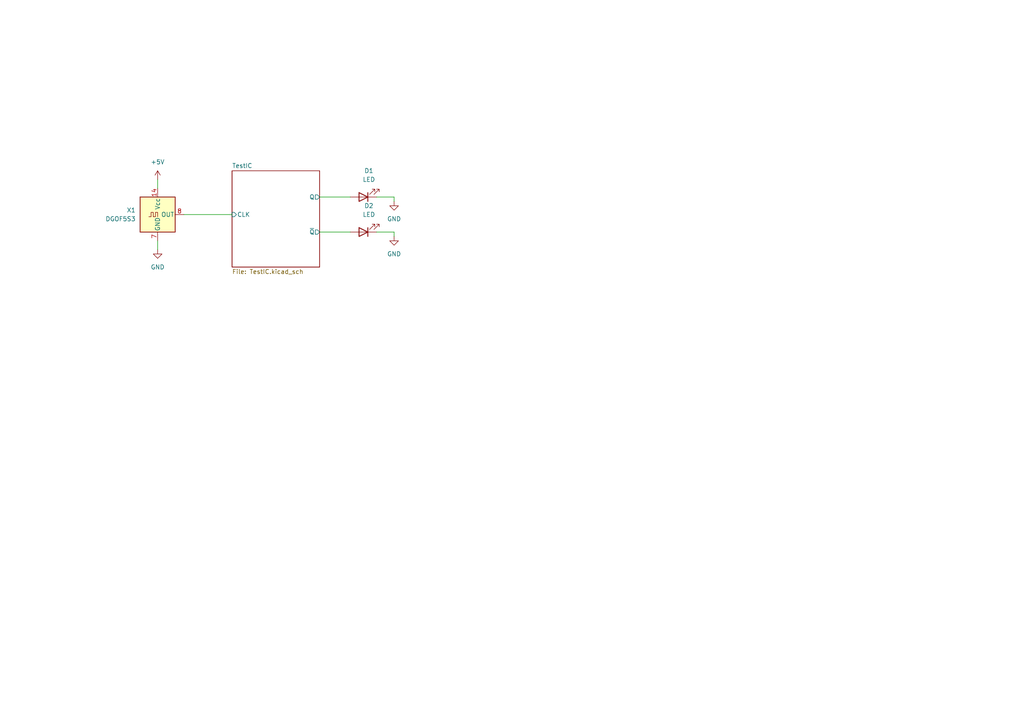
<source format=kicad_sch>
(kicad_sch (version 20211123) (generator eeschema)
  (paper "A4")
  (lib_symbols
    (symbol "Device:LED" (pin_numbers hide) (pin_names (offset 1.016) hide)
      (property "Reference" "D" (at 0 2.54 0))
      (property "Value" "LED" (at 0 -2.54 0))
      (symbol "LED_0_1"
        (polyline (pts (xy -1.27 -1.27) (xy -1.27 1.27)) (stroke (width 0.254)))
        (polyline (pts (xy -1.27 0) (xy 1.27 0)))
        (polyline (pts (xy 1.27 -1.27) (xy 1.27 1.27) (xy -1.27 0) (xy 1.27 -1.27)) (stroke (width 0.254)))
        (polyline (pts (xy -3.048 -0.762) (xy -4.572 -2.286) (xy -3.81 -2.286) (xy -4.572 -2.286) (xy -4.572 -1.524)))
        (polyline (pts (xy -1.778 -0.762) (xy -3.302 -2.286) (xy -2.54 -2.286) (xy -3.302 -2.286) (xy -3.302 -1.524)))
      )
      (symbol "LED_1_1"
        (pin passive line (at -3.81 0 0) (length 2.54) (name "K") (number "1"))
        (pin passive line (at 3.81 0 180) (length 2.54) (name "A") (number "2"))
      )
    )
    (symbol "Oscillator:DGOF5S3" (pin_names (offset 0.254))
      (property "Reference" "X" (at -5.08 6.35 0))
      (property "Value" "DGOF5S3" (at 1.27 -6.35 0))
      (symbol "DGOF5S3_0_1"
        (rectangle (start -5.08 5.08) (end 5.08 -5.08) (stroke (width 0.254)) (fill (type background)))
        (polyline (pts (xy -2.54 -0.635) (xy -1.905 -0.635) (xy -1.905 0.635) (xy -1.27 0.635) (xy -1.27 -0.635) (xy -0.635 -0.635) (xy -0.635 0.635) (xy 0 0.635) (xy 0 -0.635)))
      )
      (symbol "DGOF5S3_1_1"
        (pin no_connect line (at -7.62 0 0) (length 2.54) hide (name "NC") (number "1"))
        (pin power_in line (at 0 7.62 270) (length 2.54) (name "Vcc") (number "14"))
        (pin power_in line (at 0 -7.62 90) (length 2.54) (name "GND") (number "7"))
        (pin output line (at 7.62 0 180) (length 2.54) (name "OUT") (number "8"))
      )
    )
    (symbol "power:+5V" (power) (pin_names (offset 0))
      (property "Value" "+5V" (at 0 3.556 0))
      (symbol "+5V_0_1"
        (polyline (pts (xy -0.762 1.27) (xy 0 2.54)))
        (polyline (pts (xy 0 0) (xy 0 2.54)))
        (polyline (pts (xy 0 2.54) (xy 0.762 1.27)))
      )
      (symbol "+5V_1_1"
        (pin power_in line (at 0 0 90) (length 0) hide (name "+5V") (number "1"))
      )
    )
    (symbol "power:GND" (power) (pin_names (offset 0))
      (property "Value" "GND" (at 0 -3.81 0))
      (symbol "GND_0_1"
        (polyline (pts (xy 0 0) (xy 0 -1.27) (xy 1.27 -1.27) (xy 0 -2.54) (xy -1.27 -1.27) (xy 0 -1.27)))
      )
      (symbol "GND_1_1"
        (pin power_in line (at 0 0 270) (length 0) hide (name "GND") (number "1"))
      )
    )
  )
  (wire (pts (xy 114.3 57.15) (xy 114.3 58.42)))
  (wire (pts (xy 45.72 52.07) (xy 45.72 54.61)))
  (wire (pts (xy 45.72 69.85) (xy 45.72 72.39)))
  (wire (pts (xy 53.34 62.23) (xy 67.31 62.23)))
  (wire (pts (xy 109.22 67.31) (xy 114.3 67.31)))
  (wire (pts (xy 109.22 57.15) (xy 114.3 57.15)))
  (wire (pts (xy 92.71 57.15) (xy 101.6 57.15)))
  (wire (pts (xy 92.71 67.31) (xy 101.6 67.31)))
  (wire (pts (xy 114.3 67.31) (xy 114.3 68.58)))
  (symbol (lib_id "power:GND") (at 45.72 72.39 0) (unit 1)
    (property "Reference" "#PWR0102" (effects hide))
    (property "Value" "GND" (at 45.72 77.47 0))
  )
  (symbol (lib_id "power:+5V") (at 45.72 52.07 0) (unit 1)
    (property "Reference" "#PWR0101" (effects hide))
    (property "Value" "+5V" (at 45.72 46.99 0))
  )
  (symbol (lib_id "Device:LED") (at 105.41 57.15 180) (unit 1)
    (property "Reference" "D1" (at 106.9975 49.53 0))
    (property "Value" "LED" (at 106.9975 52.07 0))
  )
  (symbol (lib_id "Oscillator:DGOF5S3") (at 45.72 62.23 0) (unit 1)
    (property "Reference" "X1" (at 39.37 60.9599 0) (effects (justify right)))
    (property "Value" "DGOF5S3" (at 39.37 63.4999 0) (effects (justify right)))
    (property "Footprint" "Oscillator:Oscillator_DIP-14" (effects hide))
    (property "Datasheet" "http://www.conwin.com/datasheets/cx/cx030.pdf" (effects hide))
  )
  (symbol (lib_id "power:GND") (at 114.3 58.42 0) (unit 1)
    (property "Reference" "#PWR0103" (effects hide))
    (property "Value" "GND" (at 114.3 63.5 0))
  )
  (symbol (lib_id "power:GND") (at 114.3 68.58 0) (unit 1)
    (property "Reference" "#PWR0104" (effects hide))
    (property "Value" "GND" (at 114.3 73.66 0))
  )
  (symbol (lib_id "Device:LED") (at 105.41 67.31 180) (unit 1)
    (property "Reference" "D2" (at 106.9975 59.69 0))
    (property "Value" "LED" (at 106.9975 62.23 0))
  )
  (sheet (at 67.31 49.53) (size 25.4 27.94) (stroke (width 0.1524))
    (property "Sheet name" "TestIC" (at 67.31 48.8184 0) (effects (justify left bottom)))
    (property "Sheet file" "TestIC.kicad_sch" (at 67.31 78.0546 0) (effects (justify left top)))
    (pin "CLK" input (at 67.31 62.23 180))
    (pin "Q" output (at 92.71 57.15 0))
    (pin "~{Q}" output (at 92.71 67.31 0))
  )
)
</source>
